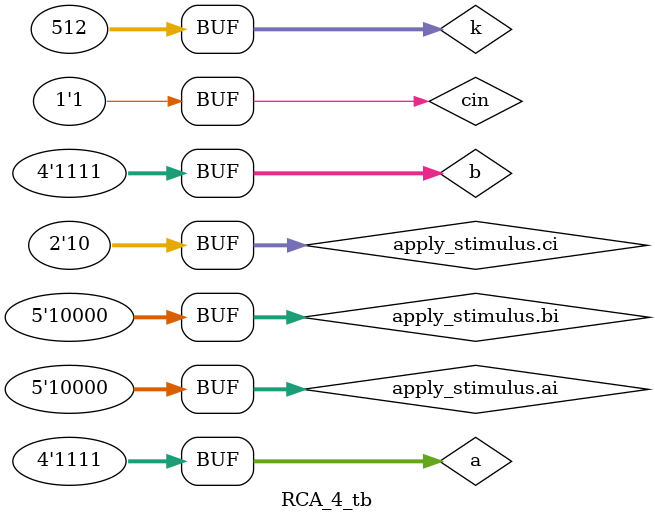
<source format=v>
`include "RCA_4.v"
module RCA_4_tb;
parameter N=4;
reg [N-1:0] a, b;
reg cin;
wire [N-1:0] sum; 
wire cout;

integer k = (2**N)*(2**N)*2;

   initial
     begin
        $dumpfile("RCA_test.vcd");
        $dumpvars(0, RCA);
     end
    initial
    begin:apply_stimulus
        reg [N:0] ai,bi;
        reg [1:0] ci;
        for (ai=0; ai<2**N; ai=ai+1)
        begin
           for (bi=0; bi<2**N; bi=bi+1) 
           begin
               for (ci=0; ci<2; ci=ci+1)
               begin
                   a = ai;
                   b = bi;
                   cin = ci;
                 #10 $monitor("%d + %d + %d= %d %d", a, b, cin, cout,sum);

               end
           end
        end
    end

   RCA_4 RCA(a,b,cin,sum,cout);

endmodule


</source>
